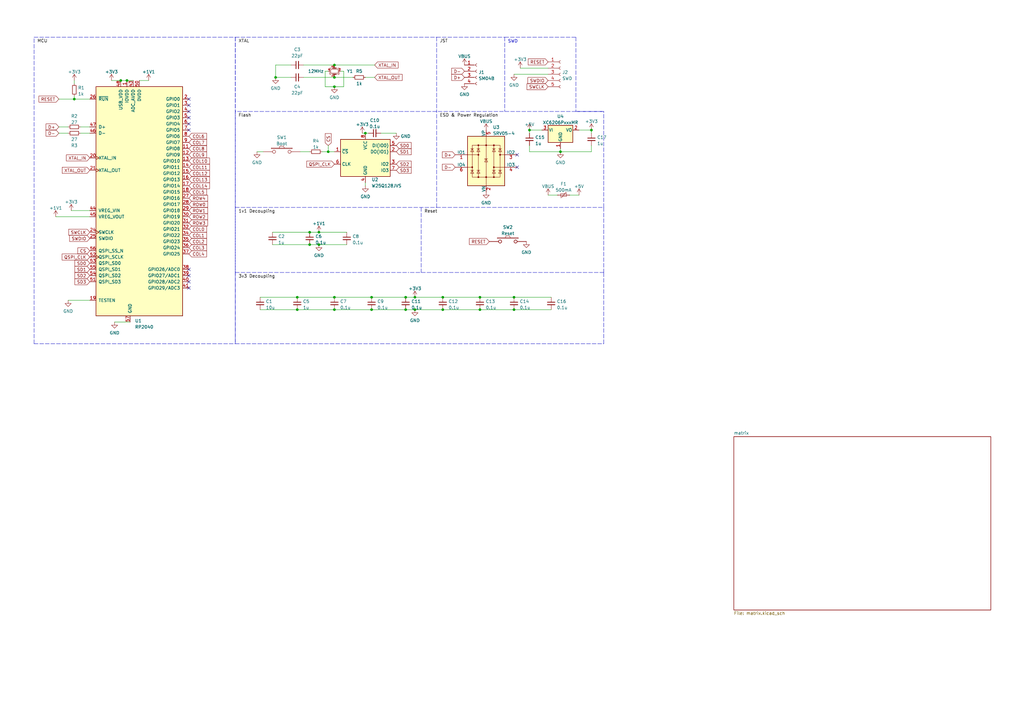
<source format=kicad_sch>
(kicad_sch (version 20211123) (generator eeschema)
  (paper "A3")
  (lib_symbols
    (symbol "Connector:Conn_01x04_Female" (pin_names (offset 1.016) hide)
      (property "Reference" "J" (at 0 5.08 0))
      (property "Value" "Conn_01x04_Female" (at 0 -7.62 0))
      (symbol "Conn_01x04_Female_1_1"
        (arc (start 0 -4.572) (mid -0.508 -5.08) (end 0 -5.588) (stroke (width 0.1524)))
        (arc (start 0 -2.032) (mid -0.508 -2.54) (end 0 -3.048) (stroke (width 0.1524)))
        (polyline (pts (xy -1.27 -5.08) (xy -0.508 -5.08)) (stroke (width 0.1524)))
        (polyline (pts (xy -1.27 -2.54) (xy -0.508 -2.54)) (stroke (width 0.1524)))
        (polyline (pts (xy -1.27 0) (xy -0.508 0)) (stroke (width 0.1524)))
        (polyline (pts (xy -1.27 2.54) (xy -0.508 2.54)) (stroke (width 0.1524)))
        (arc (start 0 0.508) (mid -0.508 0) (end 0 -0.508) (stroke (width 0.1524)))
        (arc (start 0 3.048) (mid -0.508 2.54) (end 0 2.032) (stroke (width 0.1524)))
        (pin passive line (at -5.08 2.54 0) (length 3.81) (name "Pin_1") (number "1"))
        (pin passive line (at -5.08 0 0) (length 3.81) (name "Pin_2") (number "2"))
        (pin passive line (at -5.08 -2.54 0) (length 3.81) (name "Pin_3") (number "3"))
        (pin passive line (at -5.08 -5.08 0) (length 3.81) (name "Pin_4") (number "4"))
      )
    )
    (symbol "Connector:Conn_01x05_Female" (pin_names (offset 1.016) hide)
      (property "Reference" "J" (at 0 7.62 0))
      (property "Value" "Conn_01x05_Female" (at 0 -7.62 0))
      (symbol "Conn_01x05_Female_1_1"
        (arc (start 0 -4.572) (mid -0.508 -5.08) (end 0 -5.588) (stroke (width 0.1524)))
        (arc (start 0 -2.032) (mid -0.508 -2.54) (end 0 -3.048) (stroke (width 0.1524)))
        (polyline (pts (xy -1.27 -5.08) (xy -0.508 -5.08)) (stroke (width 0.1524)))
        (polyline (pts (xy -1.27 -2.54) (xy -0.508 -2.54)) (stroke (width 0.1524)))
        (polyline (pts (xy -1.27 0) (xy -0.508 0)) (stroke (width 0.1524)))
        (polyline (pts (xy -1.27 2.54) (xy -0.508 2.54)) (stroke (width 0.1524)))
        (polyline (pts (xy -1.27 5.08) (xy -0.508 5.08)) (stroke (width 0.1524)))
        (arc (start 0 0.508) (mid -0.508 0) (end 0 -0.508) (stroke (width 0.1524)))
        (arc (start 0 3.048) (mid -0.508 2.54) (end 0 2.032) (stroke (width 0.1524)))
        (arc (start 0 5.588) (mid -0.508 5.08) (end 0 4.572) (stroke (width 0.1524)))
        (pin passive line (at -5.08 5.08 0) (length 3.81) (name "Pin_1") (number "1"))
        (pin passive line (at -5.08 2.54 0) (length 3.81) (name "Pin_2") (number "2"))
        (pin passive line (at -5.08 0 0) (length 3.81) (name "Pin_3") (number "3"))
        (pin passive line (at -5.08 -2.54 0) (length 3.81) (name "Pin_4") (number "4"))
        (pin passive line (at -5.08 -5.08 0) (length 3.81) (name "Pin_5") (number "5"))
      )
    )
    (symbol "Device:C_Small" (pin_numbers hide) (pin_names (offset 0.254) hide)
      (property "Reference" "C" (at 0.254 1.778 0))
      (property "Value" "C_Small" (at 0.254 -2.032 0))
      (symbol "C_Small_0_1"
        (polyline (pts (xy -1.524 -0.508) (xy 1.524 -0.508)) (stroke (width 0.3302)))
        (polyline (pts (xy -1.524 0.508) (xy 1.524 0.508)) (stroke (width 0.3048)))
      )
      (symbol "C_Small_1_1"
        (pin passive line (at 0 2.54 270) (length 2.032) (name "~") (number "1"))
        (pin passive line (at 0 -2.54 90) (length 2.032) (name "~") (number "2"))
      )
    )
    (symbol "Device:Crystal_GND24_Small" (pin_names (offset 1.016) hide)
      (property "Reference" "Y" (at 1.27 4.445 0))
      (property "Value" "Crystal_GND24_Small" (at 1.27 2.54 0))
      (symbol "Crystal_GND24_Small_0_1"
        (rectangle (start -0.762 -1.524) (end 0.762 1.524))
        (polyline (pts (xy -1.27 -0.762) (xy -1.27 0.762)) (stroke (width 0.381)))
        (polyline (pts (xy 1.27 -0.762) (xy 1.27 0.762)) (stroke (width 0.381)))
        (polyline (pts (xy -1.27 -1.27) (xy -1.27 -1.905) (xy 1.27 -1.905) (xy 1.27 -1.27)))
        (polyline (pts (xy -1.27 1.27) (xy -1.27 1.905) (xy 1.27 1.905) (xy 1.27 1.27)))
      )
      (symbol "Crystal_GND24_Small_1_1"
        (pin passive line (at -2.54 0 0) (length 1.27) (name "1") (number "1"))
        (pin passive line (at 0 -2.54 90) (length 0.635) (name "2") (number "2"))
        (pin passive line (at 2.54 0 180) (length 1.27) (name "3") (number "3"))
        (pin passive line (at 0 2.54 270) (length 0.635) (name "4") (number "4"))
      )
    )
    (symbol "Device:Polyfuse_Small" (pin_numbers hide) (pin_names (offset 0))
      (property "Reference" "F" (at -1.905 0 90))
      (property "Value" "Polyfuse_Small" (at 1.905 0 90))
      (symbol "Polyfuse_Small_0_1"
        (rectangle (start -0.508 1.27) (end 0.508 -1.27))
        (polyline (pts (xy 0 2.54) (xy 0 -2.54)))
        (polyline (pts (xy -1.016 1.27) (xy -1.016 0.762) (xy 1.016 -0.762) (xy 1.016 -1.27)))
      )
      (symbol "Polyfuse_Small_1_1"
        (pin passive line (at 0 2.54 270) (length 0.635) (name "~") (number "1"))
        (pin passive line (at 0 -2.54 90) (length 0.635) (name "~") (number "2"))
      )
    )
    (symbol "Device:R_Small" (pin_numbers hide) (pin_names (offset 0.254) hide)
      (property "Reference" "R" (at 0.762 0.508 0))
      (property "Value" "R_Small" (at 0.762 -1.016 0))
      (symbol "R_Small_0_1"
        (rectangle (start -0.762 1.778) (end 0.762 -1.778) (stroke (width 0.2032)))
      )
      (symbol "R_Small_1_1"
        (pin passive line (at 0 2.54 270) (length 0.762) (name "~") (number "1"))
        (pin passive line (at 0 -2.54 90) (length 0.762) (name "~") (number "2"))
      )
    )
    (symbol "Memory_Flash:W25Q128JVS"
      (property "Reference" "U" (at -8.89 8.89 0))
      (property "Value" "W25Q128JVS" (at 7.62 8.89 0))
      (symbol "W25Q128JVS_0_1"
        (rectangle (start -10.16 7.62) (end 10.16 -7.62) (stroke (width 0.254)) (fill (type background)))
      )
      (symbol "W25Q128JVS_1_1"
        (pin input line (at -12.7 2.54 0) (length 2.54) (name "~{CS}") (number "1"))
        (pin bidirectional line (at 12.7 2.54 180) (length 2.54) (name "DO(IO1)") (number "2"))
        (pin bidirectional line (at 12.7 -2.54 180) (length 2.54) (name "IO2") (number "3"))
        (pin power_in line (at 0 -10.16 90) (length 2.54) (name "GND") (number "4"))
        (pin bidirectional line (at 12.7 5.08 180) (length 2.54) (name "DI(IO0)") (number "5"))
        (pin input line (at -12.7 -2.54 0) (length 2.54) (name "CLK") (number "6"))
        (pin bidirectional line (at 12.7 -5.08 180) (length 2.54) (name "IO3") (number "7"))
        (pin power_in line (at 0 10.16 270) (length 2.54) (name "VCC") (number "8"))
      )
    )
    (symbol "Regulator_Linear:XC6206PxxxMR" (pin_names (offset 0.254))
      (property "Reference" "U" (at -3.81 3.175 0))
      (property "Value" "XC6206PxxxMR" (at 0 3.175 0))
      (symbol "XC6206PxxxMR_0_1"
        (rectangle (start -5.08 1.905) (end 5.08 -5.08) (stroke (width 0.254)) (fill (type background)))
      )
      (symbol "XC6206PxxxMR_1_1"
        (pin power_in line (at 0 -7.62 90) (length 2.54) (name "GND") (number "1"))
        (pin power_out line (at 7.62 0 180) (length 2.54) (name "VO") (number "2"))
        (pin power_in line (at -7.62 0 0) (length 2.54) (name "VI") (number "3"))
      )
    )
    (symbol "cipulot_parts:RP2040" (pin_names (offset 1.016))
      (property "Reference" "U" (at 8.89 51.435 0))
      (property "Value" "RP2040" (at 8.89 48.895 0))
      (symbol "RP2040_0_0"
        (rectangle (start -17.78 -45.72) (end 17.78 48.26) (stroke (width 0.254)) (fill (type background)))
      )
      (symbol "RP2040_1_1"
        (pin power_in line (at -5.08 50.8 270) (length 2.54) (name "IOVDD") (number "1"))
        (pin power_in line (at -5.08 50.8 270) (length 2.54) hide (name "IOVDD") (number "10"))
        (pin input line (at 20.32 22.86 180) (length 2.54) (name "GPIO8") (number "11"))
        (pin input line (at 20.32 20.32 180) (length 2.54) (name "GPIO9") (number "12"))
        (pin input line (at 20.32 17.78 180) (length 2.54) (name "GPIO10") (number "13"))
        (pin input line (at 20.32 15.24 180) (length 2.54) (name "GPIO11") (number "14"))
        (pin input line (at 20.32 12.7 180) (length 2.54) (name "GPIO12") (number "15"))
        (pin input line (at 20.32 10.16 180) (length 2.54) (name "GPIO13") (number "16"))
        (pin input line (at 20.32 7.62 180) (length 2.54) (name "GPIO14") (number "17"))
        (pin input line (at 20.32 5.08 180) (length 2.54) (name "GPIO15") (number "18"))
        (pin input line (at -20.32 -39.37 0) (length 2.54) (name "TESTEN") (number "19"))
        (pin input line (at 20.32 43.18 180) (length 2.54) (name "GPIO0") (number "2"))
        (pin input clock (at -20.32 19.05 0) (length 2.54) (name "XTAL_IN") (number "20"))
        (pin input clock (at -20.32 13.97 0) (length 2.54) (name "XTAL_OUT") (number "21"))
        (pin power_in line (at -5.08 50.8 270) (length 2.54) hide (name "IOVDD") (number "22"))
        (pin power_in line (at 0 50.8 270) (length 2.54) hide (name "DVDD") (number "23"))
        (pin input clock (at -20.32 -11.43 0) (length 2.54) (name "SWCLK") (number "24"))
        (pin bidirectional line (at -20.32 -13.97 0) (length 2.54) (name "SWDIO") (number "25"))
        (pin input line (at -20.32 43.18 0) (length 2.54) (name "~{RUN}") (number "26"))
        (pin input line (at 20.32 2.54 180) (length 2.54) (name "GPIO16") (number "27"))
        (pin input line (at 20.32 0 180) (length 2.54) (name "GPIO17") (number "28"))
        (pin input line (at 20.32 -2.54 180) (length 2.54) (name "GPIO18") (number "29"))
        (pin input line (at 20.32 40.64 180) (length 2.54) (name "GPIO1") (number "3"))
        (pin input line (at 20.32 -5.08 180) (length 2.54) (name "GPIO19") (number "30"))
        (pin input line (at 20.32 -7.62 180) (length 2.54) (name "GPIO20") (number "31"))
        (pin input line (at 20.32 -10.16 180) (length 2.54) (name "GPIO21") (number "32"))
        (pin power_in line (at -5.08 50.8 270) (length 2.54) hide (name "IOVDD") (number "33"))
        (pin input line (at 20.32 -12.7 180) (length 2.54) (name "GPIO22") (number "34"))
        (pin input line (at 20.32 -15.24 180) (length 2.54) (name "GPIO23") (number "35"))
        (pin input line (at 20.32 -17.78 180) (length 2.54) (name "GPIO24") (number "36"))
        (pin input line (at 20.32 -20.32 180) (length 2.54) (name "GPIO25") (number "37"))
        (pin input line (at 20.32 -26.67 180) (length 2.54) (name "GPIO26/ADC0") (number "38"))
        (pin input line (at 20.32 -29.21 180) (length 2.54) (name "GPIO27/ADC1") (number "39"))
        (pin input line (at 20.32 38.1 180) (length 2.54) (name "GPIO2") (number "4"))
        (pin input line (at 20.32 -31.75 180) (length 2.54) (name "GPIO28/ADC2") (number "40"))
        (pin input line (at 20.32 -34.29 180) (length 2.54) (name "GPIO29/ADC3") (number "41"))
        (pin power_in line (at -5.08 50.8 270) (length 2.54) hide (name "IOVDD") (number "42"))
        (pin power_in line (at -2.54 50.8 270) (length 2.54) (name "ADC_AVDD") (number "43"))
        (pin power_in line (at -20.32 -2.54 0) (length 2.54) (name "VREG_VIN") (number "44"))
        (pin power_out line (at -20.32 -5.08 0) (length 2.54) (name "VREG_VOUT") (number "45"))
        (pin bidirectional line (at -20.32 29.21 0) (length 2.54) (name "D-") (number "46"))
        (pin bidirectional line (at -20.32 31.75 0) (length 2.54) (name "D+") (number "47"))
        (pin power_in line (at -7.62 50.8 270) (length 2.54) (name "USB_VDD") (number "48"))
        (pin power_in line (at -5.08 50.8 270) (length 2.54) hide (name "IOVDD") (number "49"))
        (pin input line (at 20.32 35.56 180) (length 2.54) (name "GPIO3") (number "5"))
        (pin power_in line (at 0 50.8 270) (length 2.54) (name "DVDD") (number "50"))
        (pin bidirectional line (at -20.32 -31.75 0) (length 2.54) (name "QSPI_SD3") (number "51"))
        (pin input clock (at -20.32 -21.59 0) (length 2.54) (name "QSPI_SCLK") (number "52"))
        (pin bidirectional line (at -20.32 -24.13 0) (length 2.54) (name "QSPI_SD0") (number "53"))
        (pin bidirectional line (at -20.32 -29.21 0) (length 2.54) (name "QSPI_SD2") (number "54"))
        (pin bidirectional line (at -20.32 -26.67 0) (length 2.54) (name "QSPI_SD1") (number "55"))
        (pin bidirectional line (at -20.32 -19.05 0) (length 2.54) (name "QSPI_SS_N") (number "56"))
        (pin power_in line (at -3.81 -48.26 90) (length 2.54) (name "GND") (number "57"))
        (pin input line (at 20.32 33.02 180) (length 2.54) (name "GPIO4") (number "6"))
        (pin input line (at 20.32 30.48 180) (length 2.54) (name "GPIO5") (number "7"))
        (pin input line (at 20.32 27.94 180) (length 2.54) (name "GPIO6") (number "8"))
        (pin input line (at 20.32 25.4 180) (length 2.54) (name "GPIO7") (number "9"))
      )
    )
    (symbol "cipulot_parts:SW_PUSH" (pin_numbers hide) (pin_names (offset 1.016) hide)
      (property "Reference" "SW" (at 3.81 2.794 0))
      (property "Value" "SW_PUSH" (at 0 -2.032 0))
      (symbol "SW_PUSH_0_1"
        (rectangle (start -4.318 1.27) (end 4.318 1.524))
        (polyline (pts (xy -1.016 1.524) (xy -0.762 2.286) (xy 0.762 2.286) (xy 1.016 1.524)))
        (pin passive inverted (at -7.62 0 0) (length 5.08) (name "1") (number "1"))
        (pin passive inverted (at 7.62 0 180) (length 5.08) (name "2") (number "2"))
      )
    )
    (symbol "marbastlib-various:SRV05-4" (pin_names (offset 0))
      (property "Reference" "U" (at -5.08 11.43 0))
      (property "Value" "SRV05-4" (at 2.54 11.43 0))
      (symbol "SRV05-4_0_0"
        (rectangle (start -5.715 6.477) (end 5.715 -6.604))
        (polyline (pts (xy -3.175 -6.604) (xy -3.175 6.477)))
        (polyline (pts (xy 3.175 6.477) (xy 3.175 -6.604)))
      )
      (symbol "SRV05-4_0_1"
        (rectangle (start -7.62 10.16) (end 7.62 -10.16) (stroke (width 0.254)) (fill (type background)))
        (circle (center -5.715 -2.54) (radius 0.2794) (fill (type outline)))
        (circle (center -3.175 -6.604) (radius 0.2794) (fill (type outline)))
        (circle (center -3.175 2.54) (radius 0.2794) (fill (type outline)))
        (circle (center -3.175 6.477) (radius 0.2794) (fill (type outline)))
        (circle (center 0 -6.604) (radius 0.2794) (fill (type outline)))
        (polyline (pts (xy -7.747 2.54) (xy -3.175 2.54)))
        (polyline (pts (xy -7.62 -2.54) (xy -5.715 -2.54)))
        (polyline (pts (xy -5.08 -3.81) (xy -6.35 -3.81)))
        (polyline (pts (xy -5.08 5.08) (xy -6.35 5.08)))
        (polyline (pts (xy -2.54 -3.81) (xy -3.81 -3.81)))
        (polyline (pts (xy -2.54 5.08) (xy -3.81 5.08)))
        (polyline (pts (xy 0 10.16) (xy 0 -10.16)))
        (polyline (pts (xy 3.81 -3.81) (xy 2.54 -3.81)))
        (polyline (pts (xy 3.81 5.08) (xy 2.54 5.08)))
        (polyline (pts (xy 6.35 -3.81) (xy 5.08 -3.81)))
        (polyline (pts (xy 6.35 5.08) (xy 5.08 5.08)))
        (polyline (pts (xy 7.62 -2.54) (xy 3.175 -2.54)))
        (polyline (pts (xy 7.62 2.54) (xy 5.715 2.54)))
        (polyline (pts (xy 0.635 0.889) (xy -0.635 0.889) (xy -0.635 0.635)))
        (polyline (pts (xy -5.08 -5.08) (xy -6.35 -5.08) (xy -5.715 -3.81) (xy -5.08 -5.08)))
        (polyline (pts (xy -5.08 3.81) (xy -6.35 3.81) (xy -5.715 5.08) (xy -5.08 3.81)))
        (polyline (pts (xy -2.54 -5.08) (xy -3.81 -5.08) (xy -3.175 -3.81) (xy -2.54 -5.08)))
        (polyline (pts (xy -2.54 3.81) (xy -3.81 3.81) (xy -3.175 5.08) (xy -2.54 3.81)))
        (polyline (pts (xy 0.635 -0.381) (xy -0.635 -0.381) (xy 0 0.889) (xy 0.635 -0.381)))
        (polyline (pts (xy 3.81 -5.08) (xy 2.54 -5.08) (xy 3.175 -3.81) (xy 3.81 -5.08)))
        (polyline (pts (xy 3.81 3.81) (xy 2.54 3.81) (xy 3.175 5.08) (xy 3.81 3.81)))
        (polyline (pts (xy 6.35 -5.08) (xy 5.08 -5.08) (xy 5.715 -3.81) (xy 6.35 -5.08)))
        (polyline (pts (xy 6.35 3.81) (xy 5.08 3.81) (xy 5.715 5.08) (xy 6.35 3.81)))
        (circle (center 0 6.477) (radius 0.2794) (fill (type outline)))
        (circle (center 3.175 -6.604) (radius 0.2794) (fill (type outline)))
        (circle (center 3.175 -2.54) (radius 0.2794) (fill (type outline)))
        (circle (center 3.175 6.477) (radius 0.2794) (fill (type outline)))
        (circle (center 5.715 2.54) (radius 0.2794) (fill (type outline)))
      )
      (symbol "SRV05-4_1_1"
        (pin passive line (at -12.7 2.54 0) (length 5.08) (name "IO1") (number "1"))
        (pin passive line (at 0 -12.7 90) (length 2.54) (name "VN") (number "2"))
        (pin passive line (at 12.7 2.54 180) (length 5.08) (name "IO2") (number "3"))
        (pin passive line (at 12.7 -2.54 180) (length 5.08) (name "IO3") (number "4"))
        (pin passive line (at 0 12.7 270) (length 2.54) (name "VP") (number "5"))
        (pin passive line (at -12.7 -2.54 0) (length 5.08) (name "IO4") (number "6"))
      )
    )
    (symbol "power:+1V1" (power) (pin_names (offset 0))
      (property "Value" "+1V1" (at 0 3.556 0))
      (symbol "+1V1_0_1"
        (polyline (pts (xy -0.762 1.27) (xy 0 2.54)))
        (polyline (pts (xy 0 0) (xy 0 2.54)))
        (polyline (pts (xy 0 2.54) (xy 0.762 1.27)))
      )
      (symbol "+1V1_1_1"
        (pin power_in line (at 0 0 90) (length 0) hide (name "+1V1") (number "1"))
      )
    )
    (symbol "power:+3V3" (power) (pin_names (offset 0))
      (property "Value" "+3V3" (at 0 3.556 0))
      (symbol "+3V3_0_1"
        (polyline (pts (xy -0.762 1.27) (xy 0 2.54)))
        (polyline (pts (xy 0 0) (xy 0 2.54)))
        (polyline (pts (xy 0 2.54) (xy 0.762 1.27)))
      )
      (symbol "+3V3_1_1"
        (pin power_in line (at 0 0 90) (length 0) hide (name "+3V3") (number "1"))
      )
    )
    (symbol "power:+5V" (power) (pin_names (offset 0))
      (property "Value" "+5V" (at 0 3.556 0))
      (symbol "+5V_0_1"
        (polyline (pts (xy -0.762 1.27) (xy 0 2.54)))
        (polyline (pts (xy 0 0) (xy 0 2.54)))
        (polyline (pts (xy 0 2.54) (xy 0.762 1.27)))
      )
      (symbol "+5V_1_1"
        (pin power_in line (at 0 0 90) (length 0) hide (name "+5V") (number "1"))
      )
    )
    (symbol "power:GND" (power) (pin_names (offset 0))
      (property "Value" "GND" (at 0 -3.81 0))
      (symbol "GND_0_1"
        (polyline (pts (xy 0 0) (xy 0 -1.27) (xy 1.27 -1.27) (xy 0 -2.54) (xy -1.27 -1.27) (xy 0 -1.27)))
      )
      (symbol "GND_1_1"
        (pin power_in line (at 0 0 270) (length 0) hide (name "GND") (number "1"))
      )
    )
    (symbol "power:VBUS" (power) (pin_names (offset 0))
      (property "Value" "VBUS" (at 0 3.81 0))
      (symbol "VBUS_0_1"
        (polyline (pts (xy -0.762 1.27) (xy 0 2.54)))
        (polyline (pts (xy 0 0) (xy 0 2.54)))
        (polyline (pts (xy 0 2.54) (xy 0.762 1.27)))
      )
      (symbol "VBUS_1_1"
        (pin power_in line (at 0 0 90) (length 0) hide (name "VBUS") (number "1"))
      )
    )
  )
  (junction (at 166.37 121.92))
  (junction (at 137.16 35.56))
  (junction (at 166.37 127))
  (junction (at 210.82 121.92))
  (junction (at 196.85 127))
  (junction (at 137.16 26.67))
  (junction (at 130.81 100.33))
  (junction (at 217.17 53.34))
  (junction (at 30.48 40.64))
  (junction (at 196.85 121.92))
  (junction (at 127 95.25))
  (junction (at 152.4 127))
  (junction (at 137.16 31.75))
  (junction (at 170.18 121.92))
  (junction (at 113.03 31.75))
  (junction (at 121.92 121.92))
  (junction (at 121.92 127))
  (junction (at 229.87 62.23))
  (junction (at 152.4 121.92))
  (junction (at 149.86 54.61))
  (junction (at 181.61 127))
  (junction (at 137.16 121.92))
  (junction (at 170.18 127))
  (junction (at 52.07 33.02))
  (junction (at 134.62 62.23))
  (junction (at 127 100.33))
  (junction (at 137.16 127))
  (junction (at 181.61 121.92))
  (junction (at 210.82 127))
  (junction (at 49.53 33.02))
  (junction (at 130.81 95.25))
  (junction (at 242.57 53.34))
  (no_connect (at 77.47 113.03))
  (no_connect (at 77.47 43.18))
  (no_connect (at 77.47 115.57))
  (no_connect (at 77.47 110.49))
  (no_connect (at 212.09 68.58))
  (no_connect (at 77.47 48.26))
  (no_connect (at 77.47 40.64))
  (no_connect (at 77.47 50.8))
  (no_connect (at 77.47 118.11))
  (no_connect (at 77.47 53.34))
  (no_connect (at 77.47 45.72))
  (no_connect (at 212.09 63.5))
  (polyline (pts (xy 13.97 140.97) (xy 96.52 140.97)))
  (wire (pts (xy 149.86 31.75) (xy 153.67 31.75)))
  (polyline (pts (xy 96.52 15.24) (xy 96.52 140.97)))
  (wire (pts (xy 137.16 26.67) (xy 153.67 26.67)))
  (wire (pts (xy 27.94 123.19) (xy 36.83 123.19)))
  (wire (pts (xy 111.76 95.25) (xy 127 95.25)))
  (wire (pts (xy 106.68 127) (xy 121.92 127)))
  (polyline (pts (xy 96.52 111.76) (xy 96.52 140.97)))
  (wire (pts (xy 217.17 53.34) (xy 217.17 54.61)))
  (wire (pts (xy 46.99 132.08) (xy 53.34 132.08)))
  (wire (pts (xy 210.82 121.92) (xy 226.06 121.92)))
  (wire (pts (xy 137.16 31.75) (xy 144.78 31.75)))
  (polyline (pts (xy 96.52 140.97) (xy 247.65 140.97)))
  (wire (pts (xy 132.08 62.23) (xy 134.62 62.23)))
  (polyline (pts (xy 179.07 15.24) (xy 207.01 15.24)))
  (wire (pts (xy 123.19 62.23) (xy 127 62.23)))
  (wire (pts (xy 148.59 54.61) (xy 149.86 54.61)))
  (wire (pts (xy 140.97 35.56) (xy 140.97 29.21)))
  (polyline (pts (xy 236.22 45.72) (xy 247.65 45.72)))
  (wire (pts (xy 24.13 40.64) (xy 30.48 40.64)))
  (wire (pts (xy 113.03 31.75) (xy 119.38 31.75)))
  (wire (pts (xy 166.37 121.92) (xy 170.18 121.92)))
  (wire (pts (xy 181.61 127) (xy 196.85 127)))
  (wire (pts (xy 156.21 54.61) (xy 162.56 54.61)))
  (wire (pts (xy 229.87 60.96) (xy 229.87 62.23)))
  (wire (pts (xy 133.35 29.21) (xy 133.35 35.56)))
  (wire (pts (xy 242.57 53.34) (xy 242.57 54.61)))
  (wire (pts (xy 229.87 62.23) (xy 242.57 62.23)))
  (wire (pts (xy 152.4 121.92) (xy 166.37 121.92)))
  (wire (pts (xy 134.62 62.23) (xy 137.16 62.23)))
  (wire (pts (xy 121.92 121.92) (xy 137.16 121.92)))
  (polyline (pts (xy 96.52 111.76) (xy 167.64 111.76)))
  (polyline (pts (xy 179.07 15.24) (xy 179.07 45.72)))
  (wire (pts (xy 113.03 26.67) (xy 113.03 31.75)))
  (wire (pts (xy 30.48 39.37) (xy 30.48 40.64)))
  (polyline (pts (xy 179.07 85.09) (xy 179.07 45.72)))
  (wire (pts (xy 33.02 52.07) (xy 36.83 52.07)))
  (wire (pts (xy 217.17 53.34) (xy 222.25 53.34)))
  (polyline (pts (xy 207.01 15.24) (xy 207.01 45.72)))
  (wire (pts (xy 29.21 86.36) (xy 36.83 86.36)))
  (wire (pts (xy 127 95.25) (xy 130.81 95.25)))
  (wire (pts (xy 196.85 127) (xy 210.82 127)))
  (wire (pts (xy 213.36 27.94) (xy 224.79 27.94)))
  (wire (pts (xy 57.15 33.02) (xy 60.96 33.02)))
  (wire (pts (xy 210.82 127) (xy 226.06 127)))
  (polyline (pts (xy 247.65 85.09) (xy 247.65 45.72)))
  (wire (pts (xy 242.57 62.23) (xy 242.57 59.69)))
  (wire (pts (xy 124.46 26.67) (xy 137.16 26.67)))
  (polyline (pts (xy 96.52 45.72) (xy 96.52 85.09)))
  (wire (pts (xy 134.62 59.69) (xy 134.62 62.23)))
  (polyline (pts (xy 207.01 15.24) (xy 236.22 15.24)))
  (polyline (pts (xy 247.65 45.72) (xy 179.07 45.72)))
  (polyline (pts (xy 247.65 140.97) (xy 247.65 111.76)))
  (wire (pts (xy 149.86 54.61) (xy 151.13 54.61)))
  (wire (pts (xy 52.07 33.02) (xy 54.61 33.02)))
  (polyline (pts (xy 96.52 85.09) (xy 96.52 111.76)))
  (wire (pts (xy 121.92 127) (xy 137.16 127)))
  (polyline (pts (xy 96.52 15.24) (xy 96.52 45.72)))
  (wire (pts (xy 137.16 121.92) (xy 152.4 121.92)))
  (polyline (pts (xy 13.97 140.97) (xy 13.97 15.24)))
  (wire (pts (xy 24.13 52.07) (xy 27.94 52.07)))
  (wire (pts (xy 210.82 30.48) (xy 224.79 30.48)))
  (wire (pts (xy 134.62 29.21) (xy 133.35 29.21)))
  (polyline (pts (xy 179.07 85.09) (xy 247.65 85.09)))
  (wire (pts (xy 181.61 121.92) (xy 196.85 121.92)))
  (wire (pts (xy 22.86 88.9) (xy 36.83 88.9)))
  (polyline (pts (xy 172.72 85.09) (xy 172.72 111.76)))
  (wire (pts (xy 137.16 35.56) (xy 140.97 35.56)))
  (wire (pts (xy 30.48 40.64) (xy 36.83 40.64)))
  (wire (pts (xy 149.86 74.93) (xy 149.86 76.2)))
  (wire (pts (xy 30.48 33.02) (xy 30.48 34.29)))
  (wire (pts (xy 152.4 127) (xy 166.37 127)))
  (wire (pts (xy 106.68 121.92) (xy 121.92 121.92)))
  (wire (pts (xy 224.79 80.01) (xy 228.6 80.01)))
  (wire (pts (xy 217.17 59.69) (xy 217.17 62.23)))
  (wire (pts (xy 105.41 62.23) (xy 107.95 62.23)))
  (wire (pts (xy 217.17 62.23) (xy 229.87 62.23)))
  (wire (pts (xy 170.18 127) (xy 181.61 127)))
  (wire (pts (xy 24.13 54.61) (xy 27.94 54.61)))
  (wire (pts (xy 33.02 54.61) (xy 36.83 54.61)))
  (polyline (pts (xy 247.65 85.09) (xy 247.65 111.76)))
  (polyline (pts (xy 236.22 15.24) (xy 236.22 45.72)))
  (wire (pts (xy 45.72 33.02) (xy 49.53 33.02)))
  (wire (pts (xy 127 100.33) (xy 130.81 100.33)))
  (wire (pts (xy 166.37 127) (xy 170.18 127)))
  (wire (pts (xy 140.97 29.21) (xy 139.7 29.21)))
  (wire (pts (xy 196.85 121.92) (xy 210.82 121.92)))
  (wire (pts (xy 49.53 33.02) (xy 52.07 33.02)))
  (wire (pts (xy 119.38 26.67) (xy 113.03 26.67)))
  (wire (pts (xy 237.49 53.34) (xy 242.57 53.34)))
  (polyline (pts (xy 96.52 85.09) (xy 179.07 85.09)))
  (wire (pts (xy 130.81 95.25) (xy 142.24 95.25)))
  (polyline (pts (xy 13.97 15.24) (xy 96.52 15.24)))
  (wire (pts (xy 233.68 80.01) (xy 237.49 80.01)))
  (polyline (pts (xy 179.07 45.72) (xy 96.52 45.72)))
  (polyline (pts (xy 247.65 111.76) (xy 167.64 111.76)))
  (polyline (pts (xy 96.52 15.24) (xy 179.07 15.24)))
  (wire (pts (xy 111.76 100.33) (xy 127 100.33)))
  (wire (pts (xy 137.16 127) (xy 152.4 127)))
  (wire (pts (xy 133.35 35.56) (xy 137.16 35.56)))
  (wire (pts (xy 124.46 31.75) (xy 137.16 31.75)))
  (wire (pts (xy 130.81 100.33) (xy 142.24 100.33)))
  (wire (pts (xy 170.18 121.92) (xy 181.61 121.92)))
  (text "SWD" (at 208.28 17.78 0) (effects (font (size 1.27 1.27)) (justify left bottom)))
  (label "3v3 Decoupling" (at 97.79 114.3 0))
  (label "ESD & Power Regulation" (at 180.34 48.26 0))
  (label "Flash" (at 97.79 48.26 0))
  (label "MCU" (at 15.24 17.78 0))
  (label "JST" (at 180.34 17.78 0))
  (label "1v1 Decoupling" (at 97.79 87.63 0))
  (label "Reset" (at 173.99 87.63 0))
  (label "XTAL" (at 97.79 17.78 0))
  (global_label "COL12" (shape input) (at 77.47 71.12 0) (property "Intersheet References" "${INTERSHEET_REFS}" (effects hide)))
  (global_label "SWDIO" (shape input) (at 36.83 97.79 180) (property "Intersheet References" "${INTERSHEET_REFS}" (effects hide)))
  (global_label "XTAL_OUT" (shape input) (at 153.67 31.75 0) (property "Intersheet References" "${INTERSHEET_REFS}" (effects hide)))
  (global_label "COL14" (shape input) (at 77.47 76.2 0) (property "Intersheet References" "${INTERSHEET_REFS}" (effects hide)))
  (global_label "D-" (shape input) (at 190.5 29.21 180) (property "Intersheet References" "${INTERSHEET_REFS}" (effects hide)))
  (global_label "ROW1" (shape input) (at 77.47 86.36 0) (property "Intersheet References" "${INTERSHEET_REFS}" (effects hide)))
  (global_label "D+" (shape input) (at 190.5 31.75 180) (property "Intersheet References" "${INTERSHEET_REFS}" (effects hide)))
  (global_label "ROW2" (shape input) (at 77.47 88.9 0) (property "Intersheet References" "${INTERSHEET_REFS}" (effects hide)))
  (global_label "SD3" (shape input) (at 162.56 69.85 0) (property "Intersheet References" "${INTERSHEET_REFS}" (effects hide)))
  (global_label "COL11" (shape input) (at 77.47 68.58 0) (property "Intersheet References" "${INTERSHEET_REFS}" (effects hide)))
  (global_label "COL6" (shape input) (at 77.47 55.88 0) (property "Intersheet References" "${INTERSHEET_REFS}" (effects hide)))
  (global_label "COL4" (shape input) (at 77.47 104.14 0) (property "Intersheet References" "${INTERSHEET_REFS}" (effects hide)))
  (global_label "COL5" (shape input) (at 77.47 78.74 0) (property "Intersheet References" "${INTERSHEET_REFS}" (effects hide)))
  (global_label "SD0" (shape input) (at 36.83 107.95 180) (property "Intersheet References" "${INTERSHEET_REFS}" (effects hide)))
  (global_label "ROW4" (shape input) (at 77.47 81.28 0) (property "Intersheet References" "${INTERSHEET_REFS}" (effects hide)))
  (global_label "COL8" (shape input) (at 77.47 60.96 0) (property "Intersheet References" "${INTERSHEET_REFS}" (effects hide)))
  (global_label "SD0" (shape input) (at 162.56 59.69 0) (property "Intersheet References" "${INTERSHEET_REFS}" (effects hide)))
  (global_label "SD3" (shape input) (at 36.83 115.57 180) (property "Intersheet References" "${INTERSHEET_REFS}" (effects hide)))
  (global_label "SD2" (shape input) (at 36.83 113.03 180) (property "Intersheet References" "${INTERSHEET_REFS}" (effects hide)))
  (global_label "XTAL_IN" (shape input) (at 36.83 64.77 180) (property "Intersheet References" "${INTERSHEET_REFS}" (effects hide)))
  (global_label "RESET" (shape input) (at 24.13 40.64 180) (property "Intersheet References" "${INTERSHEET_REFS}" (effects hide)))
  (global_label "SD1" (shape input) (at 36.83 110.49 180) (property "Intersheet References" "${INTERSHEET_REFS}" (effects hide)))
  (global_label "D+" (shape input) (at 186.69 63.5 180) (property "Intersheet References" "${INTERSHEET_REFS}" (effects hide)))
  (global_label "D-" (shape input) (at 24.13 54.61 180) (property "Intersheet References" "${INTERSHEET_REFS}" (effects hide)))
  (global_label "XTAL_IN" (shape input) (at 153.67 26.67 0) (property "Intersheet References" "${INTERSHEET_REFS}" (effects hide)))
  (global_label "COL1" (shape input) (at 77.47 96.52 0) (property "Intersheet References" "${INTERSHEET_REFS}" (effects hide)))
  (global_label "COL0" (shape input) (at 77.47 93.98 0) (property "Intersheet References" "${INTERSHEET_REFS}" (effects hide)))
  (global_label "COL3" (shape input) (at 77.47 101.6 0) (property "Intersheet References" "${INTERSHEET_REFS}" (effects hide)))
  (global_label "ROW0" (shape input) (at 77.47 83.82 0) (property "Intersheet References" "${INTERSHEET_REFS}" (effects hide)))
  (global_label "SWCLK" (shape input) (at 224.79 35.56 180) (property "Intersheet References" "${INTERSHEET_REFS}" (effects hide)))
  (global_label "SD2" (shape input) (at 162.56 67.31 0) (property "Intersheet References" "${INTERSHEET_REFS}" (effects hide)))
  (global_label "XTAL_OUT" (shape input) (at 36.83 69.85 180) (property "Intersheet References" "${INTERSHEET_REFS}" (effects hide)))
  (global_label "ROW3" (shape input) (at 77.47 91.44 0) (property "Intersheet References" "${INTERSHEET_REFS}" (effects hide)))
  (global_label "CS" (shape input) (at 134.62 59.69 90) (property "Intersheet References" "${INTERSHEET_REFS}" (effects hide)))
  (global_label "COL10" (shape input) (at 77.47 66.04 0) (property "Intersheet References" "${INTERSHEET_REFS}" (effects hide)))
  (global_label "QSPI_CLK" (shape input) (at 36.83 105.41 180) (property "Intersheet References" "${INTERSHEET_REFS}" (effects hide)))
  (global_label "CS" (shape input) (at 36.83 102.87 180) (property "Intersheet References" "${INTERSHEET_REFS}" (effects hide)))
  (global_label "COL2" (shape input) (at 77.47 99.06 0) (property "Intersheet References" "${INTERSHEET_REFS}" (effects hide)))
  (global_label "COL13" (shape input) (at 77.47 73.66 0) (property "Intersheet References" "${INTERSHEET_REFS}" (effects hide)))
  (global_label "D+" (shape input) (at 24.13 52.07 180) (property "Intersheet References" "${INTERSHEET_REFS}" (effects hide)))
  (global_label "SWCLK" (shape input) (at 36.83 95.25 180) (property "Intersheet References" "${INTERSHEET_REFS}" (effects hide)))
  (global_label "QSPI_CLK" (shape input) (at 137.16 67.31 180) (property "Intersheet References" "${INTERSHEET_REFS}" (effects hide)))
  (global_label "RESET" (shape input) (at 200.66 99.06 180) (property "Intersheet References" "${INTERSHEET_REFS}" (effects hide)))
  (global_label "COL7" (shape input) (at 77.47 58.42 0) (property "Intersheet References" "${INTERSHEET_REFS}" (effects hide)))
  (global_label "RESET" (shape input) (at 224.79 25.4 180) (property "Intersheet References" "${INTERSHEET_REFS}" (effects hide)))
  (global_label "D-" (shape input) (at 186.69 68.58 180) (property "Intersheet References" "${INTERSHEET_REFS}" (effects hide)))
  (global_label "COL9" (shape input) (at 77.47 63.5 0) (property "Intersheet References" "${INTERSHEET_REFS}" (effects hide)))
  (global_label "SD1" (shape input) (at 162.56 62.23 0) (property "Intersheet References" "${INTERSHEET_REFS}" (effects hide)))
  (global_label "SWDIO" (shape input) (at 224.79 33.02 180) (property "Intersheet References" "${INTERSHEET_REFS}" (effects hide)))
  (symbol (lib_id "Device:R_Small") (at 129.54 62.23 90) (unit 1)
    (property "Reference" "R4" (at 129.54 57.7936 90))
    (property "Value" "1k" (at 129.54 60.3305 90))
    (property "Footprint" "Resistor_SMD:R_0402_1005Metric" (effects hide))
  )
  (symbol (lib_id "Device:C_Small") (at 111.76 97.79 0) (unit 1)
    (property "Reference" "C2" (at 114.0841 96.9616 0) (effects (justify left)))
    (property "Value" "1u" (at 114.0841 99.4985 0) (effects (justify left)))
    (property "Footprint" "Capacitor_SMD:C_0402_1005Metric" (effects hide))
  )
  (symbol (lib_id "Device:C_Small") (at 210.82 124.46 0) (unit 1)
    (property "Reference" "C14" (at 213.1441 123.6316 0) (effects (justify left)))
    (property "Value" "0.1u" (at 213.1441 126.1685 0) (effects (justify left)))
    (property "Footprint" "Capacitor_SMD:C_0402_1005Metric" (effects hide))
  )
  (symbol (lib_id "power:VBUS") (at 190.5 26.67 0) (unit 1)
    (property "Reference" "#PWR0117" (effects hide))
    (property "Value" "VBUS" (at 190.5 23.0942 0))
  )
  (symbol (lib_id "Connector:Conn_01x04_Female") (at 195.58 29.21 0) (unit 1)
    (property "Reference" "J1" (at 196.2912 29.6453 0) (effects (justify left)))
    (property "Value" "SM04B" (at 196.2912 32.1822 0) (effects (justify left)))
    (property "Footprint" "Connector_JST:JST_SH_SM04B-SRSS-TB_1x04-1MP_P1.00mm_Horizontal" (effects hide))
  )
  (symbol (lib_id "power:+3V3") (at 213.36 27.94 0) (unit 1)
    (property "Reference" "#PWR02" (effects hide))
    (property "Value" "+3V3" (at 213.36 24.3642 0))
  )
  (symbol (lib_id "Connector:Conn_01x05_Female") (at 229.87 30.48 0) (unit 1)
    (property "Reference" "J2" (at 230.5812 29.6453 0) (effects (justify left)))
    (property "Value" "SWD" (at 230.5812 32.1822 0) (effects (justify left)))
    (property "Footprint" "Connector_PinSocket_2.54mm:PinSocket_1x05_P2.54mm_Vertical" (effects hide))
  )
  (symbol (lib_id "power:GND") (at 27.94 123.19 0) (unit 1)
    (property "Reference" "#PWR0102" (effects hide))
    (property "Value" "GND" (at 27.94 127.6334 0))
  )
  (symbol (lib_id "power:+3V3") (at 148.59 54.61 0) (unit 1)
    (property "Reference" "#PWR0114" (effects hide))
    (property "Value" "+3V3" (at 148.59 51.0342 0))
  )
  (symbol (lib_id "power:GND") (at 113.03 31.75 0) (unit 1)
    (property "Reference" "#PWR0108" (effects hide))
    (property "Value" "GND" (at 113.03 36.1934 0))
  )
  (symbol (lib_id "Device:C_Small") (at 181.61 124.46 0) (unit 1)
    (property "Reference" "C12" (at 183.9341 123.6316 0) (effects (justify left)))
    (property "Value" "0.1u" (at 183.9341 126.1685 0) (effects (justify left)))
    (property "Footprint" "Capacitor_SMD:C_0402_1005Metric" (effects hide))
  )
  (symbol (lib_id "Device:Polyfuse_Small") (at 231.14 80.01 270) (unit 1)
    (property "Reference" "F1" (at 231.14 75.4212 90))
    (property "Value" "500mA" (at 231.14 77.9581 90))
    (property "Footprint" "Fuse:Fuse_1206_3216Metric" (effects hide))
  )
  (symbol (lib_id "power:GND") (at 149.86 76.2 0) (unit 1)
    (property "Reference" "#PWR0113" (effects hide))
    (property "Value" "GND" (at 149.86 80.6434 0))
  )
  (symbol (lib_id "cipulot_parts:RP2040") (at 57.15 83.82 0) (unit 1)
    (property "Reference" "U1" (at 55.3594 131.5704 0) (effects (justify left)))
    (property "Value" "RP2040" (at 55.3594 134.1073 0) (effects (justify left)))
    (property "Footprint" "cipulot_parts:RP2040-QFN-56" (effects hide))
    (property "Datasheet" "https://datasheets.raspberrypi.com/rp2040/rp2040-datasheet.pdf" (effects hide))
    (property "LCSC" "C2040" (effects hide))
  )
  (symbol (lib_id "power:+1V1") (at 130.81 95.25 0) (unit 1)
    (property "Reference" "#PWR0115" (effects hide))
    (property "Value" "+1V1" (at 130.81 91.6742 0))
  )
  (symbol (lib_id "power:+3V3") (at 30.48 33.02 0) (unit 1)
    (property "Reference" "#PWR0107" (effects hide))
    (property "Value" "+3V3" (at 30.48 29.4442 0))
  )
  (symbol (lib_id "Device:C_Small") (at 153.67 54.61 90) (unit 1)
    (property "Reference" "C10" (at 153.6763 49.3481 90))
    (property "Value" "0.1u" (at 153.6763 51.885 90))
    (property "Footprint" "Capacitor_SMD:C_0402_1005Metric" (effects hide))
  )
  (symbol (lib_id "power:VBUS") (at 199.39 53.34 0) (unit 1)
    (property "Reference" "#PWR0120" (effects hide))
    (property "Value" "VBUS" (at 199.39 49.7642 0))
  )
  (symbol (lib_id "power:GND") (at 190.5 34.29 0) (unit 1)
    (property "Reference" "#PWR0116" (effects hide))
    (property "Value" "GND" (at 190.5 38.7334 0))
  )
  (symbol (lib_id "Device:C_Small") (at 142.24 97.79 0) (unit 1)
    (property "Reference" "C8" (at 144.5641 96.9616 0) (effects (justify left)))
    (property "Value" "0.1u" (at 144.5641 99.4985 0) (effects (justify left)))
    (property "Footprint" "Capacitor_SMD:C_0402_1005Metric" (effects hide))
  )
  (symbol (lib_id "Device:C_Small") (at 137.16 124.46 0) (unit 1)
    (property "Reference" "C7" (at 139.4841 123.6316 0) (effects (justify left)))
    (property "Value" "0.1u" (at 139.4841 126.1685 0) (effects (justify left)))
    (property "Footprint" "Capacitor_SMD:C_0402_1005Metric" (effects hide))
  )
  (symbol (lib_id "power:GND") (at 162.56 54.61 0) (unit 1)
    (property "Reference" "#PWR0112" (effects hide))
    (property "Value" "GND" (at 166.37 55.88 0))
  )
  (symbol (lib_id "power:GND") (at 137.16 35.56 0) (unit 1)
    (property "Reference" "#PWR0127" (effects hide))
    (property "Value" "GND" (at 137.16 40.0034 0))
  )
  (symbol (lib_id "Device:Crystal_GND24_Small") (at 137.16 29.21 90) (unit 1)
    (property "Reference" "Y1" (at 143.51 29.21 90))
    (property "Value" "12MHz" (at 129.54 29.21 90))
    (property "Footprint" "Crystal:Crystal_SMD_3225-4Pin_3.2x2.5mm" (effects hide))
  )
  (symbol (lib_id "Device:C_Small") (at 106.68 124.46 0) (unit 1)
    (property "Reference" "C1" (at 109.0041 123.6316 0) (effects (justify left)))
    (property "Value" "10u" (at 109.0041 126.1685 0) (effects (justify left)))
    (property "Footprint" "Capacitor_SMD:C_0402_1005Metric" (effects hide))
  )
  (symbol (lib_id "power:GND") (at 199.39 78.74 0) (unit 1)
    (property "Reference" "#PWR0121" (effects hide))
    (property "Value" "GND" (at 199.39 83.1834 0))
  )
  (symbol (lib_id "power:+3V3") (at 170.18 121.92 0) (unit 1)
    (property "Reference" "#PWR0110" (effects hide))
    (property "Value" "+3V3" (at 170.18 118.3442 0))
  )
  (symbol (lib_id "power:+3V3") (at 45.72 33.02 0) (unit 1)
    (property "Reference" "#PWR0105" (effects hide))
    (property "Value" "+3V3" (at 45.72 29.4442 0))
  )
  (symbol (lib_id "Device:R_Small") (at 30.48 54.61 90) (unit 1)
    (property "Reference" "R3" (at 30.48 59.69 90))
    (property "Value" "27" (at 30.48 57.15 90))
    (property "Footprint" "Resistor_SMD:R_0603_1608Metric" (effects hide))
  )
  (symbol (lib_id "cipulot_parts:SW_PUSH") (at 208.28 99.06 0) (unit 1)
    (property "Reference" "SW2" (at 208.28 93.2012 0))
    (property "Value" "Reset" (at 208.28 95.7381 0))
    (property "Footprint" "Button_Switch_SMD:SW_SPST_TL3342" (effects hide))
  )
  (symbol (lib_id "power:GND") (at 105.41 62.23 0) (unit 1)
    (property "Reference" "#PWR0111" (effects hide))
    (property "Value" "GND" (at 105.41 66.6734 0))
  )
  (symbol (lib_id "Device:C_Small") (at 217.17 57.15 0) (unit 1)
    (property "Reference" "C15" (at 219.4941 56.3216 0) (effects (justify left)))
    (property "Value" "1u" (at 219.4941 58.8585 0) (effects (justify left)))
    (property "Footprint" "Capacitor_SMD:C_0402_1005Metric" (effects hide))
  )
  (symbol (lib_id "power:GND") (at 46.99 132.08 0) (unit 1)
    (property "Reference" "#PWR0101" (effects hide))
    (property "Value" "GND" (at 46.99 136.5234 0))
  )
  (symbol (lib_id "power:+3V3") (at 242.57 53.34 0) (unit 1)
    (property "Reference" "#PWR0126" (effects hide))
    (property "Value" "+3V3" (at 242.57 49.7642 0))
  )
  (symbol (lib_id "Device:R_Small") (at 30.48 52.07 90) (unit 1)
    (property "Reference" "R2" (at 30.48 47.6336 90))
    (property "Value" "27" (at 30.48 50.1705 90))
    (property "Footprint" "Resistor_SMD:R_0603_1608Metric" (effects hide))
  )
  (symbol (lib_id "Device:C_Small") (at 152.4 124.46 0) (unit 1)
    (property "Reference" "C9" (at 154.7241 123.6316 0) (effects (justify left)))
    (property "Value" "0.1u" (at 154.7241 126.1685 0) (effects (justify left)))
    (property "Footprint" "Capacitor_SMD:C_0402_1005Metric" (effects hide))
  )
  (symbol (lib_id "power:+5V") (at 237.49 80.01 0) (unit 1)
    (property "Reference" "#PWR0124" (effects hide))
    (property "Value" "+5V" (at 237.49 76.4342 0))
  )
  (symbol (lib_id "Device:R_Small") (at 30.48 36.83 0) (unit 1)
    (property "Reference" "R1" (at 31.9786 35.9953 0) (effects (justify left)))
    (property "Value" "1k" (at 31.9786 38.5322 0) (effects (justify left)))
    (property "Footprint" "Resistor_SMD:R_0402_1005Metric" (effects hide))
  )
  (symbol (lib_id "power:GND") (at 210.82 30.48 0) (unit 1)
    (property "Reference" "#PWR01" (effects hide))
    (property "Value" "GND" (at 210.82 34.9234 0))
  )
  (symbol (lib_id "power:GND") (at 130.81 100.33 0) (unit 1)
    (property "Reference" "#PWR0109" (effects hide))
    (property "Value" "GND" (at 130.81 104.7734 0))
  )
  (symbol (lib_id "power:+5V") (at 217.17 53.34 0) (unit 1)
    (property "Reference" "#PWR0119" (effects hide))
    (property "Value" "+5V" (at 217.17 51.0342 0))
  )
  (symbol (lib_id "cipulot_parts:SW_PUSH") (at 115.57 62.23 0) (unit 1)
    (property "Reference" "SW1" (at 115.57 56.3712 0))
    (property "Value" "Boot" (at 115.57 58.9081 0))
    (property "Footprint" "Button_Switch_SMD:SW_SPST_TL3342" (effects hide))
  )
  (symbol (lib_id "Device:C_Small") (at 127 97.79 0) (unit 1)
    (property "Reference" "C6" (at 129.3241 96.9616 0) (effects (justify left)))
    (property "Value" "0.1u" (at 129.3241 99.4985 0) (effects (justify left)))
    (property "Footprint" "Capacitor_SMD:C_0402_1005Metric" (effects hide))
  )
  (symbol (lib_id "power:GND") (at 170.18 127 0) (unit 1)
    (property "Reference" "#PWR0118" (effects hide))
    (property "Value" "GND" (at 170.18 131.4434 0))
  )
  (symbol (lib_id "power:GND") (at 229.87 62.23 0) (unit 1)
    (property "Reference" "#PWR0125" (effects hide))
    (property "Value" "GND" (at 229.87 66.6734 0))
  )
  (symbol (lib_id "power:+1V1") (at 22.86 88.9 0) (unit 1)
    (property "Reference" "#PWR0104" (effects hide))
    (property "Value" "+1V1" (at 22.86 85.3242 0))
  )
  (symbol (lib_id "Device:C_Small") (at 242.57 57.15 0) (unit 1)
    (property "Reference" "C17" (at 244.8941 56.3216 0) (effects (justify left)))
    (property "Value" "1u" (at 244.8941 58.8585 0) (effects (justify left)))
    (property "Footprint" "Capacitor_SMD:C_0402_1005Metric" (effects hide))
  )
  (symbol (lib_id "Regulator_Linear:XC6206PxxxMR") (at 229.87 53.34 0) (unit 1)
    (property "Reference" "U4" (at 229.87 47.7352 0))
    (property "Value" "XC6206PxxxMR" (at 229.87 50.2721 0))
    (property "Footprint" "Package_TO_SOT_SMD:SOT-23" (effects hide))
    (property "Datasheet" "https://www.torexsemi.com/file/xc6206/XC6206.pdf" (effects hide))
  )
  (symbol (lib_id "Device:C_Small") (at 121.92 31.75 90) (unit 1)
    (property "Reference" "C4" (at 121.92 35.56 90))
    (property "Value" "22pF" (at 121.92 38.1 90))
    (property "Footprint" "Capacitor_SMD:C_0402_1005Metric" (effects hide))
  )
  (symbol (lib_id "Memory_Flash:W25Q128JVS") (at 149.86 64.77 0) (unit 1)
    (property "Reference" "U2" (at 152.4 73.66 0) (effects (justify left)))
    (property "Value" "W25Q128JVS" (at 152.4 76.1969 0) (effects (justify left)))
    (property "Footprint" "Package_SO:SOIC-8_5.23x5.23mm_P1.27mm" (effects hide))
    (property "Datasheet" "http://www.winbond.com/resource-files/w25q128jv_dtr%20revc%2003272018%20plus.pdf" (effects hide))
  )
  (symbol (lib_id "Device:C_Small") (at 121.92 124.46 0) (unit 1)
    (property "Reference" "C5" (at 124.2441 123.6316 0) (effects (justify left)))
    (property "Value" "1u" (at 124.2441 126.1685 0) (effects (justify left)))
    (property "Footprint" "Capacitor_SMD:C_0402_1005Metric" (effects hide))
  )
  (symbol (lib_id "Device:C_Small") (at 166.37 124.46 0) (unit 1)
    (property "Reference" "C11" (at 168.6941 123.6316 0) (effects (justify left)))
    (property "Value" "0.1u" (at 168.6941 126.1685 0) (effects (justify left)))
    (property "Footprint" "Capacitor_SMD:C_0402_1005Metric" (effects hide))
  )
  (symbol (lib_id "power:VBUS") (at 224.79 80.01 0) (unit 1)
    (property "Reference" "#PWR0123" (effects hide))
    (property "Value" "VBUS" (at 224.79 76.4342 0))
  )
  (symbol (lib_id "Device:R_Small") (at 147.32 31.75 90) (unit 1)
    (property "Reference" "R5" (at 147.32 29.21 90))
    (property "Value" "1k" (at 147.32 34.29 90))
    (property "Footprint" "Resistor_SMD:R_0402_1005Metric" (effects hide))
  )
  (symbol (lib_id "power:GND") (at 215.9 99.06 0) (unit 1)
    (property "Reference" "#PWR0122" (effects hide))
    (property "Value" "GND" (at 215.9 103.5034 0))
  )
  (symbol (lib_id "Device:C_Small") (at 196.85 124.46 0) (unit 1)
    (property "Reference" "C13" (at 199.1741 123.6316 0) (effects (justify left)))
    (property "Value" "0.1u" (at 199.1741 126.1685 0) (effects (justify left)))
    (property "Footprint" "Capacitor_SMD:C_0402_1005Metric" (effects hide))
  )
  (symbol (lib_id "Device:C_Small") (at 121.92 26.67 90) (unit 1)
    (property "Reference" "C3" (at 121.92 20.32 90))
    (property "Value" "22pF" (at 121.92 22.86 90))
    (property "Footprint" "Capacitor_SMD:C_0402_1005Metric" (effects hide))
  )
  (symbol (lib_id "marbastlib-various:SRV05-4") (at 199.39 66.04 0) (unit 1)
    (property "Reference" "U3" (at 202.1587 52.1802 0) (effects (justify left)))
    (property "Value" "SRV05-4" (at 202.1587 54.7171 0) (effects (justify left)))
    (property "Footprint" "marbastlib-various:SOT-23-6-routable" (effects hide))
    (property "Datasheet" "http://www.onsemi.com/pub/Collateral/SRV05-4-D.PDF" (effects hide))
  )
  (symbol (lib_id "power:+3V3") (at 29.21 86.36 0) (unit 1)
    (property "Reference" "#PWR0103" (effects hide))
    (property "Value" "+3V3" (at 29.21 82.7842 0))
  )
  (symbol (lib_id "Device:C_Small") (at 226.06 124.46 0) (unit 1)
    (property "Reference" "C16" (at 228.3841 123.6316 0) (effects (justify left)))
    (property "Value" "0.1u" (at 228.3841 126.1685 0) (effects (justify left)))
    (property "Footprint" "Capacitor_SMD:C_0402_1005Metric" (effects hide))
  )
  (symbol (lib_id "power:+1V1") (at 60.96 33.02 0) (unit 1)
    (property "Reference" "#PWR0106" (effects hide))
    (property "Value" "+1V1" (at 60.96 29.4442 0))
  )
  (sheet (at 300.99 179.07) (size 105.41 71.12) (stroke (width 0.1524))
    (property "Sheet name" "matrix" (at 300.99 178.3584 0) (effects (justify left bottom)))
    (property "Sheet file" "matrix.kicad_sch" (at 300.99 250.7746 0) (effects (justify left top)))
  )
)
</source>
